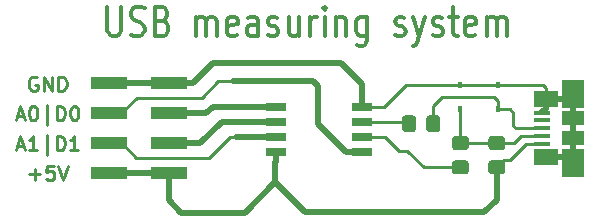
<source format=gtl>
G04 #@! TF.GenerationSoftware,KiCad,Pcbnew,(5.1.2)-1*
G04 #@! TF.CreationDate,2019-05-23T17:06:42+02:00*
G04 #@! TF.ProjectId,ATtiny_Voltera,41547469-6e79-45f5-966f-6c746572612e,rev?*
G04 #@! TF.SameCoordinates,Original*
G04 #@! TF.FileFunction,Copper,L1,Top*
G04 #@! TF.FilePolarity,Positive*
%FSLAX46Y46*%
G04 Gerber Fmt 4.6, Leading zero omitted, Abs format (unit mm)*
G04 Created by KiCad (PCBNEW (5.1.2)-1) date 2019-05-23 17:06:42*
%MOMM*%
%LPD*%
G04 APERTURE LIST*
%ADD10C,0.225000*%
%ADD11C,0.220000*%
%ADD12C,0.300000*%
%ADD13R,3.150000X1.000000*%
%ADD14R,1.700000X0.650000*%
%ADD15C,0.100000*%
%ADD16C,1.150000*%
%ADD17R,1.900000X1.175000*%
%ADD18R,1.900000X2.375000*%
%ADD19R,2.100000X1.475000*%
%ADD20R,1.380000X0.450000*%
%ADD21R,0.450000X0.600000*%
%ADD22C,0.500000*%
G04 APERTURE END LIST*
D10*
X92548400Y-133626200D02*
X93119828Y-133626200D01*
X92434114Y-133969057D02*
X92834114Y-132769057D01*
X93234114Y-133969057D01*
X94262685Y-133969057D02*
X93576971Y-133969057D01*
X93919828Y-133969057D02*
X93919828Y-132769057D01*
X93805542Y-132940485D01*
X93691257Y-133054771D01*
X93576971Y-133111914D01*
X95062685Y-134369057D02*
X95062685Y-132654771D01*
X95919828Y-133969057D02*
X95919828Y-132769057D01*
X96205542Y-132769057D01*
X96376971Y-132826200D01*
X96491257Y-132940485D01*
X96548400Y-133054771D01*
X96605542Y-133283342D01*
X96605542Y-133454771D01*
X96548400Y-133683342D01*
X96491257Y-133797628D01*
X96376971Y-133911914D01*
X96205542Y-133969057D01*
X95919828Y-133969057D01*
X97748400Y-133969057D02*
X97062685Y-133969057D01*
X97405542Y-133969057D02*
X97405542Y-132769057D01*
X97291257Y-132940485D01*
X97176971Y-133054771D01*
X97062685Y-133111914D01*
X92548400Y-131060800D02*
X93119828Y-131060800D01*
X92434114Y-131403657D02*
X92834114Y-130203657D01*
X93234114Y-131403657D01*
X93862685Y-130203657D02*
X93976971Y-130203657D01*
X94091257Y-130260800D01*
X94148400Y-130317942D01*
X94205542Y-130432228D01*
X94262685Y-130660800D01*
X94262685Y-130946514D01*
X94205542Y-131175085D01*
X94148400Y-131289371D01*
X94091257Y-131346514D01*
X93976971Y-131403657D01*
X93862685Y-131403657D01*
X93748400Y-131346514D01*
X93691257Y-131289371D01*
X93634114Y-131175085D01*
X93576971Y-130946514D01*
X93576971Y-130660800D01*
X93634114Y-130432228D01*
X93691257Y-130317942D01*
X93748400Y-130260800D01*
X93862685Y-130203657D01*
X95062685Y-131803657D02*
X95062685Y-130089371D01*
X95919828Y-131403657D02*
X95919828Y-130203657D01*
X96205542Y-130203657D01*
X96376971Y-130260800D01*
X96491257Y-130375085D01*
X96548400Y-130489371D01*
X96605542Y-130717942D01*
X96605542Y-130889371D01*
X96548400Y-131117942D01*
X96491257Y-131232228D01*
X96376971Y-131346514D01*
X96205542Y-131403657D01*
X95919828Y-131403657D01*
X97348400Y-130203657D02*
X97462685Y-130203657D01*
X97576971Y-130260800D01*
X97634114Y-130317942D01*
X97691257Y-130432228D01*
X97748400Y-130660800D01*
X97748400Y-130946514D01*
X97691257Y-131175085D01*
X97634114Y-131289371D01*
X97576971Y-131346514D01*
X97462685Y-131403657D01*
X97348400Y-131403657D01*
X97234114Y-131346514D01*
X97176971Y-131289371D01*
X97119828Y-131175085D01*
X97062685Y-130946514D01*
X97062685Y-130660800D01*
X97119828Y-130432228D01*
X97176971Y-130317942D01*
X97234114Y-130260800D01*
X97348400Y-130203657D01*
D11*
X93605542Y-136001114D02*
X94519828Y-136001114D01*
X94062685Y-136458257D02*
X94062685Y-135543971D01*
X95662685Y-135258257D02*
X95091257Y-135258257D01*
X95034114Y-135829685D01*
X95091257Y-135772542D01*
X95205542Y-135715400D01*
X95491257Y-135715400D01*
X95605542Y-135772542D01*
X95662685Y-135829685D01*
X95719828Y-135943971D01*
X95719828Y-136229685D01*
X95662685Y-136343971D01*
X95605542Y-136401114D01*
X95491257Y-136458257D01*
X95205542Y-136458257D01*
X95091257Y-136401114D01*
X95034114Y-136343971D01*
X96062685Y-135258257D02*
X96462685Y-136458257D01*
X96862685Y-135258257D01*
X94234114Y-127771600D02*
X94119828Y-127714457D01*
X93948400Y-127714457D01*
X93776971Y-127771600D01*
X93662685Y-127885885D01*
X93605542Y-128000171D01*
X93548400Y-128228742D01*
X93548400Y-128400171D01*
X93605542Y-128628742D01*
X93662685Y-128743028D01*
X93776971Y-128857314D01*
X93948400Y-128914457D01*
X94062685Y-128914457D01*
X94234114Y-128857314D01*
X94291257Y-128800171D01*
X94291257Y-128400171D01*
X94062685Y-128400171D01*
X94805542Y-128914457D02*
X94805542Y-127714457D01*
X95491257Y-128914457D01*
X95491257Y-127714457D01*
X96062685Y-128914457D02*
X96062685Y-127714457D01*
X96348400Y-127714457D01*
X96519828Y-127771600D01*
X96634114Y-127885885D01*
X96691257Y-128000171D01*
X96748400Y-128228742D01*
X96748400Y-128400171D01*
X96691257Y-128628742D01*
X96634114Y-128743028D01*
X96519828Y-128857314D01*
X96348400Y-128914457D01*
X96062685Y-128914457D01*
D12*
X100214638Y-121795552D02*
X100214638Y-123819361D01*
X100309876Y-124057457D01*
X100405114Y-124176504D01*
X100595590Y-124295552D01*
X100976542Y-124295552D01*
X101167019Y-124176504D01*
X101262257Y-124057457D01*
X101357495Y-123819361D01*
X101357495Y-121795552D01*
X102214638Y-124176504D02*
X102500352Y-124295552D01*
X102976542Y-124295552D01*
X103167019Y-124176504D01*
X103262257Y-124057457D01*
X103357495Y-123819361D01*
X103357495Y-123581266D01*
X103262257Y-123343171D01*
X103167019Y-123224123D01*
X102976542Y-123105076D01*
X102595590Y-122986028D01*
X102405114Y-122866980D01*
X102309876Y-122747933D01*
X102214638Y-122509838D01*
X102214638Y-122271742D01*
X102309876Y-122033647D01*
X102405114Y-121914600D01*
X102595590Y-121795552D01*
X103071780Y-121795552D01*
X103357495Y-121914600D01*
X104881304Y-122986028D02*
X105167019Y-123105076D01*
X105262257Y-123224123D01*
X105357495Y-123462219D01*
X105357495Y-123819361D01*
X105262257Y-124057457D01*
X105167019Y-124176504D01*
X104976542Y-124295552D01*
X104214638Y-124295552D01*
X104214638Y-121795552D01*
X104881304Y-121795552D01*
X105071780Y-121914600D01*
X105167019Y-122033647D01*
X105262257Y-122271742D01*
X105262257Y-122509838D01*
X105167019Y-122747933D01*
X105071780Y-122866980D01*
X104881304Y-122986028D01*
X104214638Y-122986028D01*
X107738447Y-124295552D02*
X107738447Y-122628885D01*
X107738447Y-122866980D02*
X107833685Y-122747933D01*
X108024161Y-122628885D01*
X108309876Y-122628885D01*
X108500352Y-122747933D01*
X108595590Y-122986028D01*
X108595590Y-124295552D01*
X108595590Y-122986028D02*
X108690828Y-122747933D01*
X108881304Y-122628885D01*
X109167019Y-122628885D01*
X109357495Y-122747933D01*
X109452733Y-122986028D01*
X109452733Y-124295552D01*
X111167019Y-124176504D02*
X110976542Y-124295552D01*
X110595590Y-124295552D01*
X110405114Y-124176504D01*
X110309876Y-123938409D01*
X110309876Y-122986028D01*
X110405114Y-122747933D01*
X110595590Y-122628885D01*
X110976542Y-122628885D01*
X111167019Y-122747933D01*
X111262257Y-122986028D01*
X111262257Y-123224123D01*
X110309876Y-123462219D01*
X112976542Y-124295552D02*
X112976542Y-122986028D01*
X112881304Y-122747933D01*
X112690828Y-122628885D01*
X112309876Y-122628885D01*
X112119399Y-122747933D01*
X112976542Y-124176504D02*
X112786066Y-124295552D01*
X112309876Y-124295552D01*
X112119399Y-124176504D01*
X112024161Y-123938409D01*
X112024161Y-123700314D01*
X112119399Y-123462219D01*
X112309876Y-123343171D01*
X112786066Y-123343171D01*
X112976542Y-123224123D01*
X113833685Y-124176504D02*
X114024161Y-124295552D01*
X114405114Y-124295552D01*
X114595590Y-124176504D01*
X114690828Y-123938409D01*
X114690828Y-123819361D01*
X114595590Y-123581266D01*
X114405114Y-123462219D01*
X114119399Y-123462219D01*
X113928923Y-123343171D01*
X113833685Y-123105076D01*
X113833685Y-122986028D01*
X113928923Y-122747933D01*
X114119399Y-122628885D01*
X114405114Y-122628885D01*
X114595590Y-122747933D01*
X116405114Y-122628885D02*
X116405114Y-124295552D01*
X115547971Y-122628885D02*
X115547971Y-123938409D01*
X115643209Y-124176504D01*
X115833685Y-124295552D01*
X116119399Y-124295552D01*
X116309876Y-124176504D01*
X116405114Y-124057457D01*
X117357495Y-124295552D02*
X117357495Y-122628885D01*
X117357495Y-123105076D02*
X117452733Y-122866980D01*
X117547971Y-122747933D01*
X117738447Y-122628885D01*
X117928923Y-122628885D01*
X118595590Y-124295552D02*
X118595590Y-122628885D01*
X118595590Y-121795552D02*
X118500352Y-121914600D01*
X118595590Y-122033647D01*
X118690828Y-121914600D01*
X118595590Y-121795552D01*
X118595590Y-122033647D01*
X119547971Y-122628885D02*
X119547971Y-124295552D01*
X119547971Y-122866980D02*
X119643209Y-122747933D01*
X119833685Y-122628885D01*
X120119400Y-122628885D01*
X120309876Y-122747933D01*
X120405114Y-122986028D01*
X120405114Y-124295552D01*
X122214638Y-122628885D02*
X122214638Y-124652695D01*
X122119400Y-124890790D01*
X122024161Y-125009838D01*
X121833685Y-125128885D01*
X121547971Y-125128885D01*
X121357495Y-125009838D01*
X122214638Y-124176504D02*
X122024161Y-124295552D01*
X121643209Y-124295552D01*
X121452733Y-124176504D01*
X121357495Y-124057457D01*
X121262257Y-123819361D01*
X121262257Y-123105076D01*
X121357495Y-122866980D01*
X121452733Y-122747933D01*
X121643209Y-122628885D01*
X122024161Y-122628885D01*
X122214638Y-122747933D01*
X124595590Y-124176504D02*
X124786066Y-124295552D01*
X125167019Y-124295552D01*
X125357495Y-124176504D01*
X125452733Y-123938409D01*
X125452733Y-123819361D01*
X125357495Y-123581266D01*
X125167019Y-123462219D01*
X124881304Y-123462219D01*
X124690828Y-123343171D01*
X124595590Y-123105076D01*
X124595590Y-122986028D01*
X124690828Y-122747933D01*
X124881304Y-122628885D01*
X125167019Y-122628885D01*
X125357495Y-122747933D01*
X126119400Y-122628885D02*
X126595590Y-124295552D01*
X127071780Y-122628885D02*
X126595590Y-124295552D01*
X126405114Y-124890790D01*
X126309876Y-125009838D01*
X126119400Y-125128885D01*
X127738447Y-124176504D02*
X127928923Y-124295552D01*
X128309876Y-124295552D01*
X128500352Y-124176504D01*
X128595590Y-123938409D01*
X128595590Y-123819361D01*
X128500352Y-123581266D01*
X128309876Y-123462219D01*
X128024161Y-123462219D01*
X127833685Y-123343171D01*
X127738447Y-123105076D01*
X127738447Y-122986028D01*
X127833685Y-122747933D01*
X128024161Y-122628885D01*
X128309876Y-122628885D01*
X128500352Y-122747933D01*
X129167019Y-122628885D02*
X129928923Y-122628885D01*
X129452733Y-121795552D02*
X129452733Y-123938409D01*
X129547971Y-124176504D01*
X129738447Y-124295552D01*
X129928923Y-124295552D01*
X131357495Y-124176504D02*
X131167019Y-124295552D01*
X130786066Y-124295552D01*
X130595590Y-124176504D01*
X130500352Y-123938409D01*
X130500352Y-122986028D01*
X130595590Y-122747933D01*
X130786066Y-122628885D01*
X131167019Y-122628885D01*
X131357495Y-122747933D01*
X131452733Y-122986028D01*
X131452733Y-123224123D01*
X130500352Y-123462219D01*
X132309876Y-124295552D02*
X132309876Y-122628885D01*
X132309876Y-122866980D02*
X132405114Y-122747933D01*
X132595590Y-122628885D01*
X132881304Y-122628885D01*
X133071780Y-122747933D01*
X133167019Y-122986028D01*
X133167019Y-124295552D01*
X133167019Y-122986028D02*
X133262257Y-122747933D01*
X133452733Y-122628885D01*
X133738447Y-122628885D01*
X133928923Y-122747933D01*
X134024161Y-122986028D01*
X134024161Y-124295552D01*
D13*
X100345000Y-128270000D03*
X105395000Y-128270000D03*
X100345000Y-130810000D03*
X105395000Y-130810000D03*
X100345000Y-133350000D03*
X105395000Y-133350000D03*
X100345000Y-135890000D03*
X105395000Y-135890000D03*
D14*
X114460000Y-134079000D03*
X114460000Y-132809000D03*
X114460000Y-131539000D03*
X114460000Y-130269000D03*
X121760000Y-130269000D03*
X121760000Y-131539000D03*
X121760000Y-132809000D03*
X121760000Y-134079000D03*
D15*
G36*
X133646705Y-134817204D02*
G01*
X133670973Y-134820804D01*
X133694772Y-134826765D01*
X133717871Y-134835030D01*
X133740050Y-134845520D01*
X133761093Y-134858132D01*
X133780799Y-134872747D01*
X133798977Y-134889223D01*
X133815453Y-134907401D01*
X133830068Y-134927107D01*
X133842680Y-134948150D01*
X133853170Y-134970329D01*
X133861435Y-134993428D01*
X133867396Y-135017227D01*
X133870996Y-135041495D01*
X133872200Y-135065999D01*
X133872200Y-135716001D01*
X133870996Y-135740505D01*
X133867396Y-135764773D01*
X133861435Y-135788572D01*
X133853170Y-135811671D01*
X133842680Y-135833850D01*
X133830068Y-135854893D01*
X133815453Y-135874599D01*
X133798977Y-135892777D01*
X133780799Y-135909253D01*
X133761093Y-135923868D01*
X133740050Y-135936480D01*
X133717871Y-135946970D01*
X133694772Y-135955235D01*
X133670973Y-135961196D01*
X133646705Y-135964796D01*
X133622201Y-135966000D01*
X132722199Y-135966000D01*
X132697695Y-135964796D01*
X132673427Y-135961196D01*
X132649628Y-135955235D01*
X132626529Y-135946970D01*
X132604350Y-135936480D01*
X132583307Y-135923868D01*
X132563601Y-135909253D01*
X132545423Y-135892777D01*
X132528947Y-135874599D01*
X132514332Y-135854893D01*
X132501720Y-135833850D01*
X132491230Y-135811671D01*
X132482965Y-135788572D01*
X132477004Y-135764773D01*
X132473404Y-135740505D01*
X132472200Y-135716001D01*
X132472200Y-135065999D01*
X132473404Y-135041495D01*
X132477004Y-135017227D01*
X132482965Y-134993428D01*
X132491230Y-134970329D01*
X132501720Y-134948150D01*
X132514332Y-134927107D01*
X132528947Y-134907401D01*
X132545423Y-134889223D01*
X132563601Y-134872747D01*
X132583307Y-134858132D01*
X132604350Y-134845520D01*
X132626529Y-134835030D01*
X132649628Y-134826765D01*
X132673427Y-134820804D01*
X132697695Y-134817204D01*
X132722199Y-134816000D01*
X133622201Y-134816000D01*
X133646705Y-134817204D01*
X133646705Y-134817204D01*
G37*
D16*
X133172200Y-135391000D03*
D15*
G36*
X133646705Y-132767204D02*
G01*
X133670973Y-132770804D01*
X133694772Y-132776765D01*
X133717871Y-132785030D01*
X133740050Y-132795520D01*
X133761093Y-132808132D01*
X133780799Y-132822747D01*
X133798977Y-132839223D01*
X133815453Y-132857401D01*
X133830068Y-132877107D01*
X133842680Y-132898150D01*
X133853170Y-132920329D01*
X133861435Y-132943428D01*
X133867396Y-132967227D01*
X133870996Y-132991495D01*
X133872200Y-133015999D01*
X133872200Y-133666001D01*
X133870996Y-133690505D01*
X133867396Y-133714773D01*
X133861435Y-133738572D01*
X133853170Y-133761671D01*
X133842680Y-133783850D01*
X133830068Y-133804893D01*
X133815453Y-133824599D01*
X133798977Y-133842777D01*
X133780799Y-133859253D01*
X133761093Y-133873868D01*
X133740050Y-133886480D01*
X133717871Y-133896970D01*
X133694772Y-133905235D01*
X133670973Y-133911196D01*
X133646705Y-133914796D01*
X133622201Y-133916000D01*
X132722199Y-133916000D01*
X132697695Y-133914796D01*
X132673427Y-133911196D01*
X132649628Y-133905235D01*
X132626529Y-133896970D01*
X132604350Y-133886480D01*
X132583307Y-133873868D01*
X132563601Y-133859253D01*
X132545423Y-133842777D01*
X132528947Y-133824599D01*
X132514332Y-133804893D01*
X132501720Y-133783850D01*
X132491230Y-133761671D01*
X132482965Y-133738572D01*
X132477004Y-133714773D01*
X132473404Y-133690505D01*
X132472200Y-133666001D01*
X132472200Y-133015999D01*
X132473404Y-132991495D01*
X132477004Y-132967227D01*
X132482965Y-132943428D01*
X132491230Y-132920329D01*
X132501720Y-132898150D01*
X132514332Y-132877107D01*
X132528947Y-132857401D01*
X132545423Y-132839223D01*
X132563601Y-132822747D01*
X132583307Y-132808132D01*
X132604350Y-132795520D01*
X132626529Y-132785030D01*
X132649628Y-132776765D01*
X132673427Y-132770804D01*
X132697695Y-132767204D01*
X132722199Y-132766000D01*
X133622201Y-132766000D01*
X133646705Y-132767204D01*
X133646705Y-132767204D01*
G37*
D16*
X133172200Y-133341000D03*
D15*
G36*
X130573305Y-134817204D02*
G01*
X130597573Y-134820804D01*
X130621372Y-134826765D01*
X130644471Y-134835030D01*
X130666650Y-134845520D01*
X130687693Y-134858132D01*
X130707399Y-134872747D01*
X130725577Y-134889223D01*
X130742053Y-134907401D01*
X130756668Y-134927107D01*
X130769280Y-134948150D01*
X130779770Y-134970329D01*
X130788035Y-134993428D01*
X130793996Y-135017227D01*
X130797596Y-135041495D01*
X130798800Y-135065999D01*
X130798800Y-135716001D01*
X130797596Y-135740505D01*
X130793996Y-135764773D01*
X130788035Y-135788572D01*
X130779770Y-135811671D01*
X130769280Y-135833850D01*
X130756668Y-135854893D01*
X130742053Y-135874599D01*
X130725577Y-135892777D01*
X130707399Y-135909253D01*
X130687693Y-135923868D01*
X130666650Y-135936480D01*
X130644471Y-135946970D01*
X130621372Y-135955235D01*
X130597573Y-135961196D01*
X130573305Y-135964796D01*
X130548801Y-135966000D01*
X129648799Y-135966000D01*
X129624295Y-135964796D01*
X129600027Y-135961196D01*
X129576228Y-135955235D01*
X129553129Y-135946970D01*
X129530950Y-135936480D01*
X129509907Y-135923868D01*
X129490201Y-135909253D01*
X129472023Y-135892777D01*
X129455547Y-135874599D01*
X129440932Y-135854893D01*
X129428320Y-135833850D01*
X129417830Y-135811671D01*
X129409565Y-135788572D01*
X129403604Y-135764773D01*
X129400004Y-135740505D01*
X129398800Y-135716001D01*
X129398800Y-135065999D01*
X129400004Y-135041495D01*
X129403604Y-135017227D01*
X129409565Y-134993428D01*
X129417830Y-134970329D01*
X129428320Y-134948150D01*
X129440932Y-134927107D01*
X129455547Y-134907401D01*
X129472023Y-134889223D01*
X129490201Y-134872747D01*
X129509907Y-134858132D01*
X129530950Y-134845520D01*
X129553129Y-134835030D01*
X129576228Y-134826765D01*
X129600027Y-134820804D01*
X129624295Y-134817204D01*
X129648799Y-134816000D01*
X130548801Y-134816000D01*
X130573305Y-134817204D01*
X130573305Y-134817204D01*
G37*
D16*
X130098800Y-135391000D03*
D15*
G36*
X130573305Y-132767204D02*
G01*
X130597573Y-132770804D01*
X130621372Y-132776765D01*
X130644471Y-132785030D01*
X130666650Y-132795520D01*
X130687693Y-132808132D01*
X130707399Y-132822747D01*
X130725577Y-132839223D01*
X130742053Y-132857401D01*
X130756668Y-132877107D01*
X130769280Y-132898150D01*
X130779770Y-132920329D01*
X130788035Y-132943428D01*
X130793996Y-132967227D01*
X130797596Y-132991495D01*
X130798800Y-133015999D01*
X130798800Y-133666001D01*
X130797596Y-133690505D01*
X130793996Y-133714773D01*
X130788035Y-133738572D01*
X130779770Y-133761671D01*
X130769280Y-133783850D01*
X130756668Y-133804893D01*
X130742053Y-133824599D01*
X130725577Y-133842777D01*
X130707399Y-133859253D01*
X130687693Y-133873868D01*
X130666650Y-133886480D01*
X130644471Y-133896970D01*
X130621372Y-133905235D01*
X130597573Y-133911196D01*
X130573305Y-133914796D01*
X130548801Y-133916000D01*
X129648799Y-133916000D01*
X129624295Y-133914796D01*
X129600027Y-133911196D01*
X129576228Y-133905235D01*
X129553129Y-133896970D01*
X129530950Y-133886480D01*
X129509907Y-133873868D01*
X129490201Y-133859253D01*
X129472023Y-133842777D01*
X129455547Y-133824599D01*
X129440932Y-133804893D01*
X129428320Y-133783850D01*
X129417830Y-133761671D01*
X129409565Y-133738572D01*
X129403604Y-133714773D01*
X129400004Y-133690505D01*
X129398800Y-133666001D01*
X129398800Y-133015999D01*
X129400004Y-132991495D01*
X129403604Y-132967227D01*
X129409565Y-132943428D01*
X129417830Y-132920329D01*
X129428320Y-132898150D01*
X129440932Y-132877107D01*
X129455547Y-132857401D01*
X129472023Y-132839223D01*
X129490201Y-132822747D01*
X129509907Y-132808132D01*
X129530950Y-132795520D01*
X129553129Y-132785030D01*
X129576228Y-132776765D01*
X129600027Y-132770804D01*
X129624295Y-132767204D01*
X129648799Y-132766000D01*
X130548801Y-132766000D01*
X130573305Y-132767204D01*
X130573305Y-132767204D01*
G37*
D16*
X130098800Y-133341000D03*
D15*
G36*
X126095905Y-131000204D02*
G01*
X126120173Y-131003804D01*
X126143972Y-131009765D01*
X126167071Y-131018030D01*
X126189250Y-131028520D01*
X126210293Y-131041132D01*
X126229999Y-131055747D01*
X126248177Y-131072223D01*
X126264653Y-131090401D01*
X126279268Y-131110107D01*
X126291880Y-131131150D01*
X126302370Y-131153329D01*
X126310635Y-131176428D01*
X126316596Y-131200227D01*
X126320196Y-131224495D01*
X126321400Y-131248999D01*
X126321400Y-132149001D01*
X126320196Y-132173505D01*
X126316596Y-132197773D01*
X126310635Y-132221572D01*
X126302370Y-132244671D01*
X126291880Y-132266850D01*
X126279268Y-132287893D01*
X126264653Y-132307599D01*
X126248177Y-132325777D01*
X126229999Y-132342253D01*
X126210293Y-132356868D01*
X126189250Y-132369480D01*
X126167071Y-132379970D01*
X126143972Y-132388235D01*
X126120173Y-132394196D01*
X126095905Y-132397796D01*
X126071401Y-132399000D01*
X125421399Y-132399000D01*
X125396895Y-132397796D01*
X125372627Y-132394196D01*
X125348828Y-132388235D01*
X125325729Y-132379970D01*
X125303550Y-132369480D01*
X125282507Y-132356868D01*
X125262801Y-132342253D01*
X125244623Y-132325777D01*
X125228147Y-132307599D01*
X125213532Y-132287893D01*
X125200920Y-132266850D01*
X125190430Y-132244671D01*
X125182165Y-132221572D01*
X125176204Y-132197773D01*
X125172604Y-132173505D01*
X125171400Y-132149001D01*
X125171400Y-131248999D01*
X125172604Y-131224495D01*
X125176204Y-131200227D01*
X125182165Y-131176428D01*
X125190430Y-131153329D01*
X125200920Y-131131150D01*
X125213532Y-131110107D01*
X125228147Y-131090401D01*
X125244623Y-131072223D01*
X125262801Y-131055747D01*
X125282507Y-131041132D01*
X125303550Y-131028520D01*
X125325729Y-131018030D01*
X125348828Y-131009765D01*
X125372627Y-131003804D01*
X125396895Y-131000204D01*
X125421399Y-130999000D01*
X126071401Y-130999000D01*
X126095905Y-131000204D01*
X126095905Y-131000204D01*
G37*
D16*
X125746400Y-131699000D03*
D15*
G36*
X128145905Y-131000204D02*
G01*
X128170173Y-131003804D01*
X128193972Y-131009765D01*
X128217071Y-131018030D01*
X128239250Y-131028520D01*
X128260293Y-131041132D01*
X128279999Y-131055747D01*
X128298177Y-131072223D01*
X128314653Y-131090401D01*
X128329268Y-131110107D01*
X128341880Y-131131150D01*
X128352370Y-131153329D01*
X128360635Y-131176428D01*
X128366596Y-131200227D01*
X128370196Y-131224495D01*
X128371400Y-131248999D01*
X128371400Y-132149001D01*
X128370196Y-132173505D01*
X128366596Y-132197773D01*
X128360635Y-132221572D01*
X128352370Y-132244671D01*
X128341880Y-132266850D01*
X128329268Y-132287893D01*
X128314653Y-132307599D01*
X128298177Y-132325777D01*
X128279999Y-132342253D01*
X128260293Y-132356868D01*
X128239250Y-132369480D01*
X128217071Y-132379970D01*
X128193972Y-132388235D01*
X128170173Y-132394196D01*
X128145905Y-132397796D01*
X128121401Y-132399000D01*
X127471399Y-132399000D01*
X127446895Y-132397796D01*
X127422627Y-132394196D01*
X127398828Y-132388235D01*
X127375729Y-132379970D01*
X127353550Y-132369480D01*
X127332507Y-132356868D01*
X127312801Y-132342253D01*
X127294623Y-132325777D01*
X127278147Y-132307599D01*
X127263532Y-132287893D01*
X127250920Y-132266850D01*
X127240430Y-132244671D01*
X127232165Y-132221572D01*
X127226204Y-132197773D01*
X127222604Y-132173505D01*
X127221400Y-132149001D01*
X127221400Y-131248999D01*
X127222604Y-131224495D01*
X127226204Y-131200227D01*
X127232165Y-131176428D01*
X127240430Y-131153329D01*
X127250920Y-131131150D01*
X127263532Y-131110107D01*
X127278147Y-131090401D01*
X127294623Y-131072223D01*
X127312801Y-131055747D01*
X127332507Y-131041132D01*
X127353550Y-131028520D01*
X127375729Y-131018030D01*
X127398828Y-131009765D01*
X127422627Y-131003804D01*
X127446895Y-131000204D01*
X127471399Y-130999000D01*
X128121401Y-130999000D01*
X128145905Y-131000204D01*
X128145905Y-131000204D01*
G37*
D16*
X127796400Y-131699000D03*
D17*
X139630000Y-131240000D03*
X139630000Y-132920000D03*
D18*
X139630000Y-129170000D03*
X139630000Y-134990000D03*
D19*
X137330000Y-129617500D03*
X137330000Y-134542500D03*
D20*
X136970000Y-130780000D03*
X136970000Y-131430000D03*
X136970000Y-132080000D03*
X136970000Y-132730000D03*
X136970000Y-133380000D03*
D21*
X133273800Y-128388400D03*
X133273800Y-130488400D03*
X130098800Y-128388400D03*
X130098800Y-130488400D03*
D22*
X137095001Y-130654999D02*
X136970000Y-130654999D01*
X137330000Y-129617500D02*
X137330000Y-130420000D01*
X137330000Y-130420000D02*
X137095001Y-130654999D01*
X139630000Y-131240000D02*
X139630000Y-129170000D01*
X139182500Y-129617500D02*
X139630000Y-129170000D01*
X137330000Y-129617500D02*
X139182500Y-129617500D01*
X139182500Y-134542500D02*
X139630000Y-134990000D01*
X137330000Y-134542500D02*
X139182500Y-134542500D01*
X139630000Y-132920000D02*
X139630000Y-134990000D01*
X139630000Y-131240000D02*
X139630000Y-132920000D01*
D10*
X137330000Y-128655000D02*
X137330000Y-129617500D01*
X137063400Y-128388400D02*
X137330000Y-128655000D01*
X133273800Y-128388400D02*
X137063400Y-128388400D01*
X121760000Y-130269000D02*
X123604000Y-130269000D01*
X125484600Y-128388400D02*
X130098800Y-128388400D01*
X123604000Y-130269000D02*
X125484600Y-128388400D01*
X130548800Y-128388400D02*
X133273800Y-128388400D01*
X130098800Y-128388400D02*
X130548800Y-128388400D01*
D22*
X102420000Y-128270000D02*
X105395000Y-128270000D01*
X100345000Y-128270000D02*
X102420000Y-128270000D01*
X121760000Y-129444000D02*
X121760000Y-130269000D01*
X105395000Y-128270000D02*
X107470000Y-128270000D01*
X107470000Y-128270000D02*
X109171800Y-126568200D01*
X120015000Y-126568200D02*
X121793000Y-128346200D01*
X109171800Y-126568200D02*
X120015000Y-126568200D01*
X121793000Y-128346200D02*
X121793000Y-129411000D01*
X121793000Y-129411000D02*
X121760000Y-129444000D01*
D10*
X130098800Y-133341000D02*
X130098800Y-130488400D01*
X132372200Y-133341000D02*
X130098800Y-133341000D01*
X133172200Y-133341000D02*
X132372200Y-133341000D01*
X136970000Y-132730000D02*
X135265400Y-132730000D01*
X134654400Y-133341000D02*
X133172200Y-133341000D01*
X135265400Y-132730000D02*
X134654400Y-133341000D01*
X127796400Y-131699000D02*
X127796400Y-130166000D01*
X127796400Y-130166000D02*
X128549400Y-129413000D01*
X128549400Y-129413000D02*
X132943600Y-129413000D01*
X133273800Y-129743200D02*
X133273800Y-130488400D01*
X132943600Y-129413000D02*
X133273800Y-129743200D01*
X134298400Y-130488400D02*
X133273800Y-130488400D01*
X136321800Y-132080000D02*
X136309301Y-132067501D01*
X136309301Y-132067501D02*
X134777901Y-132067501D01*
X134777901Y-132067501D02*
X134569200Y-131858800D01*
X134569200Y-131858800D02*
X134569200Y-130759200D01*
X136970000Y-132080000D02*
X136321800Y-132080000D01*
X134569200Y-130759200D02*
X134298400Y-130488400D01*
D22*
X113092200Y-132791200D02*
X111125000Y-132791200D01*
X114460000Y-132809000D02*
X113110000Y-132809000D01*
X113110000Y-132809000D02*
X113092200Y-132791200D01*
D10*
X110617000Y-132791200D02*
X111125000Y-132791200D01*
X108813600Y-134594600D02*
X110617000Y-132791200D01*
X102664600Y-134594600D02*
X108813600Y-134594600D01*
X100345000Y-133350000D02*
X101420000Y-133350000D01*
X101420000Y-133350000D02*
X102664600Y-134594600D01*
D22*
X108077000Y-133350000D02*
X105395000Y-133350000D01*
X109880400Y-131546600D02*
X108077000Y-133350000D01*
X113102400Y-131546600D02*
X109880400Y-131546600D01*
X114460000Y-131539000D02*
X113110000Y-131539000D01*
X113110000Y-131539000D02*
X113102400Y-131546600D01*
X113411000Y-128092200D02*
X110871000Y-128092200D01*
X117576600Y-128092200D02*
X113411000Y-128092200D01*
X118033800Y-128549400D02*
X117576600Y-128092200D01*
X118033800Y-131702800D02*
X118033800Y-128549400D01*
X121760000Y-134079000D02*
X120410000Y-134079000D01*
X120410000Y-134079000D02*
X118033800Y-131702800D01*
D10*
X109575600Y-128092200D02*
X110871000Y-128092200D01*
X108178600Y-129489200D02*
X109575600Y-128092200D01*
X102692200Y-129489200D02*
X108178600Y-129489200D01*
X100345000Y-130810000D02*
X101371400Y-130810000D01*
X101371400Y-130810000D02*
X102692200Y-129489200D01*
D22*
X108585000Y-130810000D02*
X105395000Y-130810000D01*
X109143800Y-130251200D02*
X108585000Y-130810000D01*
X113092200Y-130251200D02*
X109143800Y-130251200D01*
X114460000Y-130269000D02*
X113110000Y-130269000D01*
X113110000Y-130269000D02*
X113092200Y-130251200D01*
D10*
X136970000Y-133380000D02*
X135691400Y-133380000D01*
X133795572Y-134767628D02*
X133172200Y-135391000D01*
X134303772Y-134767628D02*
X133795572Y-134767628D01*
X135691400Y-133380000D02*
X134303772Y-134767628D01*
D22*
X133172200Y-138125200D02*
X133172200Y-135391000D01*
X114460000Y-134079000D02*
X114460000Y-134904000D01*
X114427000Y-134937000D02*
X114427000Y-136677400D01*
X114427000Y-136677400D02*
X116916200Y-139166600D01*
X116916200Y-139166600D02*
X132130800Y-139166600D01*
X114460000Y-134904000D02*
X114427000Y-134937000D01*
X132130800Y-139166600D02*
X133172200Y-138125200D01*
X102420000Y-135890000D02*
X105395000Y-135890000D01*
X100345000Y-135890000D02*
X102420000Y-135890000D01*
X114427000Y-136677400D02*
X114401600Y-136677400D01*
X114401600Y-136677400D02*
X111836200Y-139242800D01*
X111836200Y-139242800D02*
X106476800Y-139242800D01*
X105395000Y-138161000D02*
X105395000Y-135890000D01*
X106476800Y-139242800D02*
X105395000Y-138161000D01*
D10*
X125586400Y-131539000D02*
X125746400Y-131699000D01*
X121760000Y-131539000D02*
X125586400Y-131539000D01*
X130098800Y-135391000D02*
X126991000Y-135391000D01*
X126991000Y-135391000D02*
X125610400Y-134010400D01*
X125610400Y-134010400D02*
X124891800Y-134010400D01*
X123690400Y-132809000D02*
X121760000Y-132809000D01*
X124891800Y-134010400D02*
X123690400Y-132809000D01*
M02*

</source>
